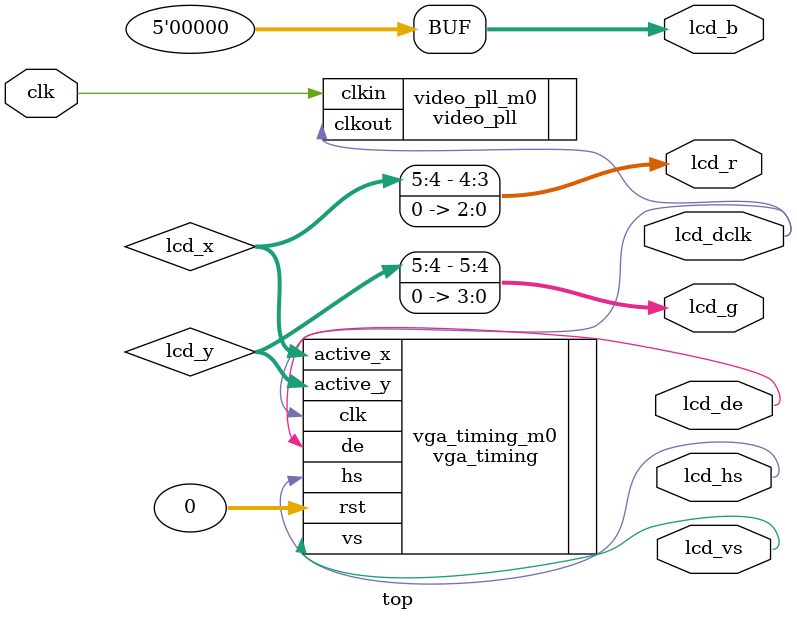
<source format=v>
module top (
	input clk,    // Clock
	
	output              lcd_dclk,	
	output              lcd_hs,    //lcd horizontal synchronization
	output              lcd_vs,    //lcd vertical synchronization        
	output              lcd_de,    //lcd data enable     
	output 	  [4:0]     lcd_r,     //lcd red
	output 	  [5:0]     lcd_g,     //lcd green
	output 	  [4:0]     lcd_b	   //lcd blue
);

wire [9:0] lcd_x,lcd_y;

assign {lcd_r,lcd_g,lcd_b} = {lcd_x[5:4],3'b000,lcd_y[5:4],9'd0};

video_pll video_pll_m0(
	.clkin  	(clk 		),
	.clkout 	(lcd_dclk 	)
	);

vga_timing vga_timing_m0(
	.clk  		(lcd_dclk 	),
	.rst  		(0 			),
	.active_x 	(lcd_x 		),
	.active_y 	(lcd_y 		),
	.hs  		(lcd_hs 	),
	.vs  		(lcd_vs 	),
	.de  		(lcd_de 	)
	);

endmodule
</source>
